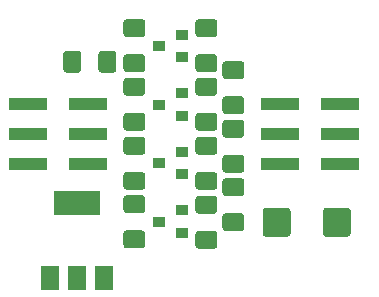
<source format=gbr>
%TF.GenerationSoftware,KiCad,Pcbnew,(5.1.6)-1*%
%TF.CreationDate,2020-06-05T20:50:24+02:00*%
%TF.ProjectId,TinyISPLevelShifter,54696e79-4953-4504-9c65-76656c536869,rev?*%
%TF.SameCoordinates,Original*%
%TF.FileFunction,Soldermask,Top*%
%TF.FilePolarity,Negative*%
%FSLAX46Y46*%
G04 Gerber Fmt 4.6, Leading zero omitted, Abs format (unit mm)*
G04 Created by KiCad (PCBNEW (5.1.6)-1) date 2020-06-05 20:50:24*
%MOMM*%
%LPD*%
G01*
G04 APERTURE LIST*
%ADD10R,3.250000X1.100000*%
%ADD11R,1.600000X2.100000*%
%ADD12R,3.900000X2.100000*%
%ADD13R,1.000000X0.900000*%
G04 APERTURE END LIST*
D10*
%TO.C,J2*%
X135763000Y-91948000D03*
X130713000Y-91948000D03*
X135763000Y-89408000D03*
X130713000Y-89408000D03*
X135763000Y-86868000D03*
X130713000Y-86868000D03*
%TD*%
%TO.C,J1*%
X157069000Y-91948000D03*
X152019000Y-91948000D03*
X157069000Y-89408000D03*
X152019000Y-89408000D03*
X157069000Y-86868000D03*
X152019000Y-86868000D03*
%TD*%
%TO.C,R11*%
G36*
G01*
X147424544Y-96138500D02*
X148739456Y-96138500D01*
G75*
G02*
X149007000Y-96406044I0J-267544D01*
G01*
X149007000Y-97395956D01*
G75*
G02*
X148739456Y-97663500I-267544J0D01*
G01*
X147424544Y-97663500D01*
G75*
G02*
X147157000Y-97395956I0J267544D01*
G01*
X147157000Y-96406044D01*
G75*
G02*
X147424544Y-96138500I267544J0D01*
G01*
G37*
G36*
G01*
X147424544Y-93163500D02*
X148739456Y-93163500D01*
G75*
G02*
X149007000Y-93431044I0J-267544D01*
G01*
X149007000Y-94420956D01*
G75*
G02*
X148739456Y-94688500I-267544J0D01*
G01*
X147424544Y-94688500D01*
G75*
G02*
X147157000Y-94420956I0J267544D01*
G01*
X147157000Y-93431044D01*
G75*
G02*
X147424544Y-93163500I267544J0D01*
G01*
G37*
%TD*%
%TO.C,R10*%
G36*
G01*
X147424544Y-91185500D02*
X148739456Y-91185500D01*
G75*
G02*
X149007000Y-91453044I0J-267544D01*
G01*
X149007000Y-92442956D01*
G75*
G02*
X148739456Y-92710500I-267544J0D01*
G01*
X147424544Y-92710500D01*
G75*
G02*
X147157000Y-92442956I0J267544D01*
G01*
X147157000Y-91453044D01*
G75*
G02*
X147424544Y-91185500I267544J0D01*
G01*
G37*
G36*
G01*
X147424544Y-88210500D02*
X148739456Y-88210500D01*
G75*
G02*
X149007000Y-88478044I0J-267544D01*
G01*
X149007000Y-89467956D01*
G75*
G02*
X148739456Y-89735500I-267544J0D01*
G01*
X147424544Y-89735500D01*
G75*
G02*
X147157000Y-89467956I0J267544D01*
G01*
X147157000Y-88478044D01*
G75*
G02*
X147424544Y-88210500I267544J0D01*
G01*
G37*
%TD*%
%TO.C,R9*%
G36*
G01*
X147424544Y-86232500D02*
X148739456Y-86232500D01*
G75*
G02*
X149007000Y-86500044I0J-267544D01*
G01*
X149007000Y-87489956D01*
G75*
G02*
X148739456Y-87757500I-267544J0D01*
G01*
X147424544Y-87757500D01*
G75*
G02*
X147157000Y-87489956I0J267544D01*
G01*
X147157000Y-86500044D01*
G75*
G02*
X147424544Y-86232500I267544J0D01*
G01*
G37*
G36*
G01*
X147424544Y-83257500D02*
X148739456Y-83257500D01*
G75*
G02*
X149007000Y-83525044I0J-267544D01*
G01*
X149007000Y-84514956D01*
G75*
G02*
X148739456Y-84782500I-267544J0D01*
G01*
X147424544Y-84782500D01*
G75*
G02*
X147157000Y-84514956I0J267544D01*
G01*
X147157000Y-83525044D01*
G75*
G02*
X147424544Y-83257500I267544J0D01*
G01*
G37*
%TD*%
%TO.C,C2*%
G36*
G01*
X155670000Y-97864890D02*
X155670000Y-95937110D01*
G75*
G02*
X155931110Y-95676000I261110J0D01*
G01*
X157758890Y-95676000D01*
G75*
G02*
X158020000Y-95937110I0J-261110D01*
G01*
X158020000Y-97864890D01*
G75*
G02*
X157758890Y-98126000I-261110J0D01*
G01*
X155931110Y-98126000D01*
G75*
G02*
X155670000Y-97864890I0J261110D01*
G01*
G37*
G36*
G01*
X150570000Y-97864890D02*
X150570000Y-95937110D01*
G75*
G02*
X150831110Y-95676000I261110J0D01*
G01*
X152658890Y-95676000D01*
G75*
G02*
X152920000Y-95937110I0J-261110D01*
G01*
X152920000Y-97864890D01*
G75*
G02*
X152658890Y-98126000I-261110J0D01*
G01*
X150831110Y-98126000D01*
G75*
G02*
X150570000Y-97864890I0J261110D01*
G01*
G37*
%TD*%
D11*
%TO.C,U1*%
X132560000Y-101575000D03*
X137160000Y-101575000D03*
X134860000Y-101575000D03*
D12*
X134860000Y-95275000D03*
%TD*%
%TO.C,R8*%
G36*
G01*
X139042544Y-97589500D02*
X140357456Y-97589500D01*
G75*
G02*
X140625000Y-97857044I0J-267544D01*
G01*
X140625000Y-98846956D01*
G75*
G02*
X140357456Y-99114500I-267544J0D01*
G01*
X139042544Y-99114500D01*
G75*
G02*
X138775000Y-98846956I0J267544D01*
G01*
X138775000Y-97857044D01*
G75*
G02*
X139042544Y-97589500I267544J0D01*
G01*
G37*
G36*
G01*
X139042544Y-94614500D02*
X140357456Y-94614500D01*
G75*
G02*
X140625000Y-94882044I0J-267544D01*
G01*
X140625000Y-95871956D01*
G75*
G02*
X140357456Y-96139500I-267544J0D01*
G01*
X139042544Y-96139500D01*
G75*
G02*
X138775000Y-95871956I0J267544D01*
G01*
X138775000Y-94882044D01*
G75*
G02*
X139042544Y-94614500I267544J0D01*
G01*
G37*
%TD*%
%TO.C,R7*%
G36*
G01*
X140357456Y-91186500D02*
X139042544Y-91186500D01*
G75*
G02*
X138775000Y-90918956I0J267544D01*
G01*
X138775000Y-89929044D01*
G75*
G02*
X139042544Y-89661500I267544J0D01*
G01*
X140357456Y-89661500D01*
G75*
G02*
X140625000Y-89929044I0J-267544D01*
G01*
X140625000Y-90918956D01*
G75*
G02*
X140357456Y-91186500I-267544J0D01*
G01*
G37*
G36*
G01*
X140357456Y-94161500D02*
X139042544Y-94161500D01*
G75*
G02*
X138775000Y-93893956I0J267544D01*
G01*
X138775000Y-92904044D01*
G75*
G02*
X139042544Y-92636500I267544J0D01*
G01*
X140357456Y-92636500D01*
G75*
G02*
X140625000Y-92904044I0J-267544D01*
G01*
X140625000Y-93893956D01*
G75*
G02*
X140357456Y-94161500I-267544J0D01*
G01*
G37*
%TD*%
%TO.C,R6*%
G36*
G01*
X139042544Y-87629500D02*
X140357456Y-87629500D01*
G75*
G02*
X140625000Y-87897044I0J-267544D01*
G01*
X140625000Y-88886956D01*
G75*
G02*
X140357456Y-89154500I-267544J0D01*
G01*
X139042544Y-89154500D01*
G75*
G02*
X138775000Y-88886956I0J267544D01*
G01*
X138775000Y-87897044D01*
G75*
G02*
X139042544Y-87629500I267544J0D01*
G01*
G37*
G36*
G01*
X139042544Y-84654500D02*
X140357456Y-84654500D01*
G75*
G02*
X140625000Y-84922044I0J-267544D01*
G01*
X140625000Y-85911956D01*
G75*
G02*
X140357456Y-86179500I-267544J0D01*
G01*
X139042544Y-86179500D01*
G75*
G02*
X138775000Y-85911956I0J267544D01*
G01*
X138775000Y-84922044D01*
G75*
G02*
X139042544Y-84654500I267544J0D01*
G01*
G37*
%TD*%
%TO.C,R5*%
G36*
G01*
X140357456Y-81226500D02*
X139042544Y-81226500D01*
G75*
G02*
X138775000Y-80958956I0J267544D01*
G01*
X138775000Y-79969044D01*
G75*
G02*
X139042544Y-79701500I267544J0D01*
G01*
X140357456Y-79701500D01*
G75*
G02*
X140625000Y-79969044I0J-267544D01*
G01*
X140625000Y-80958956D01*
G75*
G02*
X140357456Y-81226500I-267544J0D01*
G01*
G37*
G36*
G01*
X140357456Y-84201500D02*
X139042544Y-84201500D01*
G75*
G02*
X138775000Y-83933956I0J267544D01*
G01*
X138775000Y-82944044D01*
G75*
G02*
X139042544Y-82676500I267544J0D01*
G01*
X140357456Y-82676500D01*
G75*
G02*
X140625000Y-82944044I0J-267544D01*
G01*
X140625000Y-83933956D01*
G75*
G02*
X140357456Y-84201500I-267544J0D01*
G01*
G37*
%TD*%
%TO.C,R4*%
G36*
G01*
X146453456Y-96176000D02*
X145138544Y-96176000D01*
G75*
G02*
X144871000Y-95908456I0J267544D01*
G01*
X144871000Y-94918544D01*
G75*
G02*
X145138544Y-94651000I267544J0D01*
G01*
X146453456Y-94651000D01*
G75*
G02*
X146721000Y-94918544I0J-267544D01*
G01*
X146721000Y-95908456D01*
G75*
G02*
X146453456Y-96176000I-267544J0D01*
G01*
G37*
G36*
G01*
X146453456Y-99151000D02*
X145138544Y-99151000D01*
G75*
G02*
X144871000Y-98883456I0J267544D01*
G01*
X144871000Y-97893544D01*
G75*
G02*
X145138544Y-97626000I267544J0D01*
G01*
X146453456Y-97626000D01*
G75*
G02*
X146721000Y-97893544I0J-267544D01*
G01*
X146721000Y-98883456D01*
G75*
G02*
X146453456Y-99151000I-267544J0D01*
G01*
G37*
%TD*%
%TO.C,R3*%
G36*
G01*
X146453456Y-91186500D02*
X145138544Y-91186500D01*
G75*
G02*
X144871000Y-90918956I0J267544D01*
G01*
X144871000Y-89929044D01*
G75*
G02*
X145138544Y-89661500I267544J0D01*
G01*
X146453456Y-89661500D01*
G75*
G02*
X146721000Y-89929044I0J-267544D01*
G01*
X146721000Y-90918956D01*
G75*
G02*
X146453456Y-91186500I-267544J0D01*
G01*
G37*
G36*
G01*
X146453456Y-94161500D02*
X145138544Y-94161500D01*
G75*
G02*
X144871000Y-93893956I0J267544D01*
G01*
X144871000Y-92904044D01*
G75*
G02*
X145138544Y-92636500I267544J0D01*
G01*
X146453456Y-92636500D01*
G75*
G02*
X146721000Y-92904044I0J-267544D01*
G01*
X146721000Y-93893956D01*
G75*
G02*
X146453456Y-94161500I-267544J0D01*
G01*
G37*
%TD*%
%TO.C,R2*%
G36*
G01*
X146453456Y-86179500D02*
X145138544Y-86179500D01*
G75*
G02*
X144871000Y-85911956I0J267544D01*
G01*
X144871000Y-84922044D01*
G75*
G02*
X145138544Y-84654500I267544J0D01*
G01*
X146453456Y-84654500D01*
G75*
G02*
X146721000Y-84922044I0J-267544D01*
G01*
X146721000Y-85911956D01*
G75*
G02*
X146453456Y-86179500I-267544J0D01*
G01*
G37*
G36*
G01*
X146453456Y-89154500D02*
X145138544Y-89154500D01*
G75*
G02*
X144871000Y-88886956I0J267544D01*
G01*
X144871000Y-87897044D01*
G75*
G02*
X145138544Y-87629500I267544J0D01*
G01*
X146453456Y-87629500D01*
G75*
G02*
X146721000Y-87897044I0J-267544D01*
G01*
X146721000Y-88886956D01*
G75*
G02*
X146453456Y-89154500I-267544J0D01*
G01*
G37*
%TD*%
%TO.C,R1*%
G36*
G01*
X146453456Y-81226500D02*
X145138544Y-81226500D01*
G75*
G02*
X144871000Y-80958956I0J267544D01*
G01*
X144871000Y-79969044D01*
G75*
G02*
X145138544Y-79701500I267544J0D01*
G01*
X146453456Y-79701500D01*
G75*
G02*
X146721000Y-79969044I0J-267544D01*
G01*
X146721000Y-80958956D01*
G75*
G02*
X146453456Y-81226500I-267544J0D01*
G01*
G37*
G36*
G01*
X146453456Y-84201500D02*
X145138544Y-84201500D01*
G75*
G02*
X144871000Y-83933956I0J267544D01*
G01*
X144871000Y-82944044D01*
G75*
G02*
X145138544Y-82676500I267544J0D01*
G01*
X146453456Y-82676500D01*
G75*
G02*
X146721000Y-82944044I0J-267544D01*
G01*
X146721000Y-83933956D01*
G75*
G02*
X146453456Y-84201500I-267544J0D01*
G01*
G37*
%TD*%
D13*
%TO.C,Q4*%
X141748000Y-96837500D03*
X143748000Y-95887500D03*
X143748000Y-97787500D03*
%TD*%
%TO.C,Q3*%
X141764000Y-91882000D03*
X143764000Y-90932000D03*
X143764000Y-92832000D03*
%TD*%
%TO.C,Q2*%
X141764000Y-86934000D03*
X143764000Y-85984000D03*
X143764000Y-87884000D03*
%TD*%
%TO.C,Q1*%
X141748000Y-81981000D03*
X143748000Y-81031000D03*
X143748000Y-82931000D03*
%TD*%
%TO.C,C1*%
G36*
G01*
X135201500Y-82654544D02*
X135201500Y-83969456D01*
G75*
G02*
X134933956Y-84237000I-267544J0D01*
G01*
X133944044Y-84237000D01*
G75*
G02*
X133676500Y-83969456I0J267544D01*
G01*
X133676500Y-82654544D01*
G75*
G02*
X133944044Y-82387000I267544J0D01*
G01*
X134933956Y-82387000D01*
G75*
G02*
X135201500Y-82654544I0J-267544D01*
G01*
G37*
G36*
G01*
X138176500Y-82654544D02*
X138176500Y-83969456D01*
G75*
G02*
X137908956Y-84237000I-267544J0D01*
G01*
X136919044Y-84237000D01*
G75*
G02*
X136651500Y-83969456I0J267544D01*
G01*
X136651500Y-82654544D01*
G75*
G02*
X136919044Y-82387000I267544J0D01*
G01*
X137908956Y-82387000D01*
G75*
G02*
X138176500Y-82654544I0J-267544D01*
G01*
G37*
%TD*%
M02*

</source>
